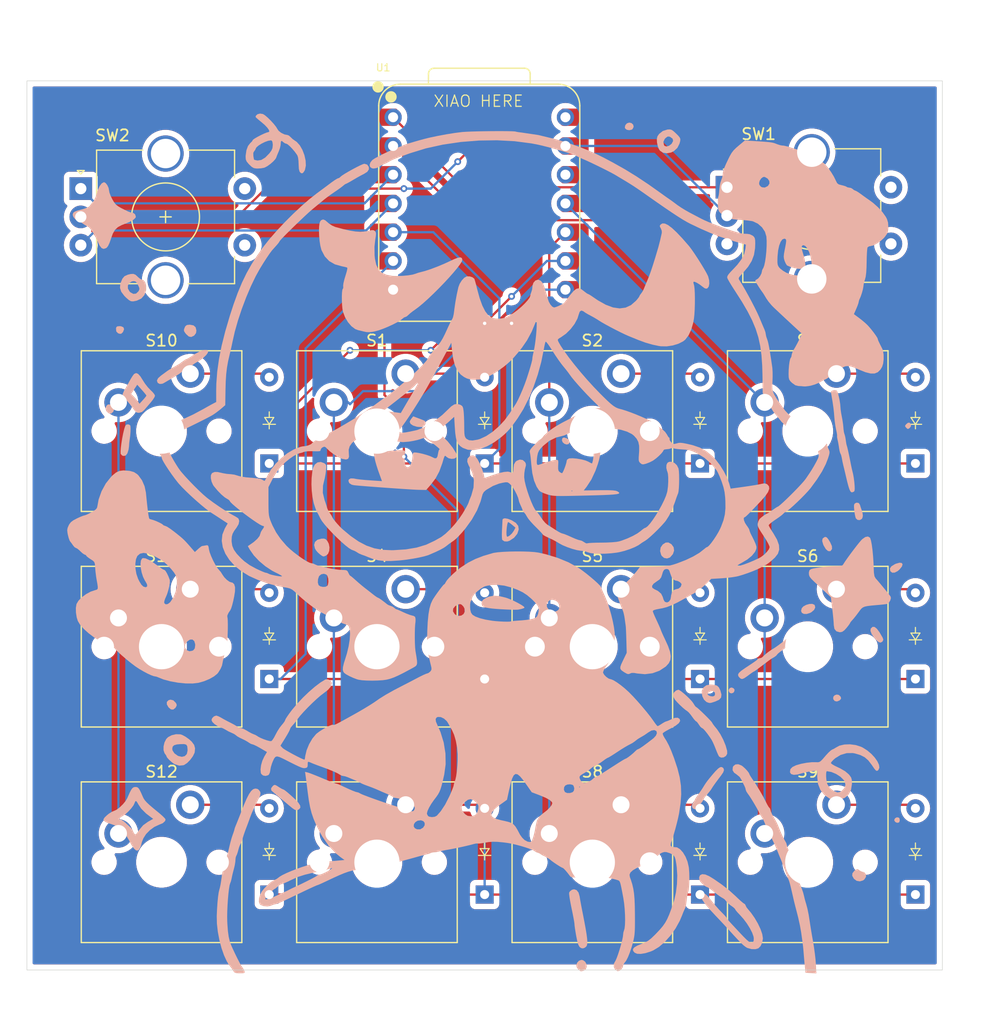
<source format=kicad_pcb>
(kicad_pcb (version 20240108) (generator "pcbnew") (generator_version "8.0")
  (layers (0 "F.Cu" signal) (31 "B.Cu" signal) (34 "B.Paste" user) (35 "F.Paste" user) (36 "B.SilkS" user "B.Silkscreen") (37 "F.SilkS" user "F.Silkscreen") (38 "B.Mask" user) (39 "F.Mask" user) (44 "Edge.Cuts" user))
  (net 0 "")
  (net 1 "Net-(D1-A)")
  (net 2 "Row 0")
  (net 3 "Net-(D2-A)")
  (net 4 "Net-(D3-A)")
  (net 5 "Row 1")
  (net 6 "Net-(D4-A)")
  (net 7 "Net-(D5-A)")
  (net 8 "Net-(D6-A)")
  (net 9 "Row 2")
  (net 10 "Net-(D7-A)")
  (net 11 "Net-(D8-A)")
  (net 12 "Net-(D9-A)")
  (net 13 "Net-(D10-A)")
  (net 14 "Net-(D11-A)")
  (net 15 "Net-(D12-A)")
  (net 16 "Col 1")
  (net 17 "Col 2")
  (net 18 "Col 3")
  (net 19 "Col 0")
  (net 20 "Rotary Left A")
  (net 21 "Rotary Left B")
  (net 22 "GND")
  (net 23 "Rotary Right A")
  (net 24 "Rotary Right B")
  (net 25 "+5V")
  (footprint "ScottoKeebs_MX:MX_PCB_1.00u" (layer "F.Cu") (at 138.1125 102.39375)
    (property "Reference" "S5" (at 0 -8 0) (layer "F.SilkS"))
    (property "Value" "Keyswitch")
    (pad "" np_thru_hole circle (at -5.08 0) (size 1.75 1.75) (drill 1.75) (layers "*.Cu" "*.Mask"))
    (pad "" np_thru_hole circle (at 0 0) (size 4 4) (drill 4) (layers "*.Cu" "*.Mask"))
    (pad "" np_thru_hole circle (at 5.08 0) (size 1.75 1.75) (drill 1.75) (layers "*.Cu" "*.Mask"))
    (pad "1" thru_hole circle (at -3.81 -2.54) (size 2.5 2.5) (drill 1.5) (layers "*.Cu" "*.Mask") (net 17 "Col 2"))
    (pad "2" thru_hole circle (at 2.54 -5.08) (size 2.5 2.5) (drill 1.5) (layers "*.Cu" "*.Mask") (net 7 "Net-(D5-A)"))
  )
  (footprint "ScottoKeebs_Components:Diode_DO-35" (layer "F.Cu") (at 109.5375 105.25125 90)
    (property "Reference" "D11" (hide yes))
    (property "Value" "Diode" (hide yes))
    (pad "1" thru_hole rect (at 0 0 90) (size 1.6 1.6) (drill 0.8) (layers "*.Cu" "*.Mask") (net 5 "Row 1"))
    (pad "2" thru_hole oval (at 7.62 0 90) (size 1.6 1.6) (drill 0.8) (layers "*.Cu" "*.Mask") (net 14 "Net-(D11-A)"))
  )
  (footprint "ScottoKeebs_Components:Diode_DO-35" (layer "F.Cu") (at 109.5375 124.30125 90)
    (property "Reference" "D12" (hide yes))
    (property "Value" "Diode" (hide yes))
    (pad "1" thru_hole rect (at 0 0 90) (size 1.6 1.6) (drill 0.8) (layers "*.Cu" "*.Mask") (net 9 "Row 2"))
    (pad "2" thru_hole oval (at 7.62 0 90) (size 1.6 1.6) (drill 0.8) (layers "*.Cu" "*.Mask") (net 15 "Net-(D12-A)"))
  )
  (footprint "ScottoKeebs_Components:Diode_DO-35" (layer "F.Cu") (at 166.6875 86.20125 90)
    (property "Reference" "D3" (hide yes))
    (property "Value" "Diode" (hide yes))
    (pad "1" thru_hole rect (at 0 0 90) (size 1.6 1.6) (drill 0.8) (layers "*.Cu" "*.Mask") (net 2 "Row 0"))
    (pad "2" thru_hole oval (at 7.62 0 90) (size 1.6 1.6) (drill 0.8) (layers "*.Cu" "*.Mask") (net 4 "Net-(D3-A)"))
  )
  (footprint "ScottoKeebs_MX:MX_PCB_1.00u" (layer "F.Cu") (at 100.0125 121.44375)
    (property "Reference" "S12" (at 0 -8 0) (layer "F.SilkS"))
    (property "Value" "Keyswitch")
    (pad "" np_thru_hole circle (at -5.08 0) (size 1.75 1.75) (drill 1.75) (layers "*.Cu" "*.Mask"))
    (pad "" np_thru_hole circle (at 0 0) (size 4 4) (drill 4) (layers "*.Cu" "*.Mask"))
    (pad "" np_thru_hole circle (at 5.08 0) (size 1.75 1.75) (drill 1.75) (layers "*.Cu" "*.Mask"))
    (pad "1" thru_hole circle (at -3.81 -2.54) (size 2.5 2.5) (drill 1.5) (layers "*.Cu" "*.Mask") (net 19 "Col 0"))
    (pad "2" thru_hole circle (at 2.54 -5.08) (size 2.5 2.5) (drill 1.5) (layers "*.Cu" "*.Mask") (net 15 "Net-(D12-A)"))
  )
  (footprint "ScottoKeebs_MX:MX_PCB_1.00u" (layer "F.Cu") (at 119.0625 83.34375)
    (property "Reference" "S1" (at 0 -8 0) (layer "F.SilkS"))
    (property "Value" "Keyswitch")
    (pad "" np_thru_hole circle (at -5.08 0) (size 1.75 1.75) (drill 1.75) (layers "*.Cu" "*.Mask"))
    (pad "" np_thru_hole circle (at 0 0) (size 4 4) (drill 4) (layers "*.Cu" "*.Mask"))
    (pad "" np_thru_hole circle (at 5.08 0) (size 1.75 1.75) (drill 1.75) (layers "*.Cu" "*.Mask"))
    (pad "1" thru_hole circle (at -3.81 -2.54) (size 2.5 2.5) (drill 1.5) (layers "*.Cu" "*.Mask") (net 16 "Col 1"))
    (pad "2" thru_hole circle (at 2.54 -5.08) (size 2.5 2.5) (drill 1.5) (layers "*.Cu" "*.Mask") (net 1 "Net-(D1-A)"))
  )
  (footprint "ScottoKeebs_Components:Diode_DO-35" (layer "F.Cu") (at 147.6375 105.25125 90)
    (property "Reference" "D5" (hide yes))
    (property "Value" "Diode" (hide yes))
    (pad "1" thru_hole rect (at 0 0 90) (size 1.6 1.6) (drill 0.8) (layers "*.Cu" "*.Mask") (net 5 "Row 1"))
    (pad "2" thru_hole oval (at 7.62 0 90) (size 1.6 1.6) (drill 0.8) (layers "*.Cu" "*.Mask") (net 7 "Net-(D5-A)"))
  )
  (footprint "ScottoKeebs_Components:Diode_DO-35" (layer "F.Cu") (at 109.5375 86.20125 90)
    (property "Reference" "D10" (hide yes))
    (property "Value" "Diode" (hide yes))
    (pad "1" thru_hole rect (at 0 0 90) (size 1.6 1.6) (drill 0.8) (layers "*.Cu" "*.Mask") (net 2 "Row 0"))
    (pad "2" thru_hole oval (at 7.62 0 90) (size 1.6 1.6) (drill 0.8) (layers "*.Cu" "*.Mask") (net 13 "Net-(D10-A)"))
  )
  (footprint "ScottoKeebs_MX:MX_PCB_1.00u" (layer "F.Cu") (at 157.1625 83.34375)
    (property "Reference" "S3" (at 0 -8 0) (layer "F.SilkS"))
    (property "Value" "Keyswitch")
    (pad "" np_thru_hole circle (at -5.08 0) (size 1.75 1.75) (drill 1.75) (layers "*.Cu" "*.Mask"))
    (pad "" np_thru_hole circle (at 0 0) (size 4 4) (drill 4) (layers "*.Cu" "*.Mask"))
    (pad "" np_thru_hole circle (at 5.08 0) (size 1.75 1.75) (drill 1.75) (layers "*.Cu" "*.Mask"))
    (pad "1" thru_hole circle (at -3.81 -2.54) (size 2.5 2.5) (drill 1.5) (layers "*.Cu" "*.Mask") (net 18 "Col 3"))
    (pad "2" thru_hole circle (at 2.54 -5.08) (size 2.5 2.5) (drill 1.5) (layers "*.Cu" "*.Mask") (net 4 "Net-(D3-A)"))
  )
  (footprint "ScottoKeebs_MX:MX_PCB_1.00u" (layer "F.Cu") (at 157.1625 121.44375)
    (property "Reference" "S9" (at 0 -8 0) (layer "F.SilkS"))
    (property "Value" "Keyswitch")
    (pad "" np_thru_hole circle (at -5.08 0) (size 1.75 1.75) (drill 1.75) (layers "*.Cu" "*.Mask"))
    (pad "" np_thru_hole circle (at 0 0) (size 4 4) (drill 4) (layers "*.Cu" "*.Mask"))
    (pad "" np_thru_hole circle (at 5.08 0) (size 1.75 1.75) (drill 1.75) (layers "*.Cu" "*.Mask"))
    (pad "1" thru_hole circle (at -3.81 -2.54) (size 2.5 2.5) (drill 1.5) (layers "*.Cu" "*.Mask") (net 18 "Col 3"))
    (pad "2" thru_hole circle (at 2.54 -5.08) (size 2.5 2.5) (drill 1.5) (layers "*.Cu" "*.Mask") (net 12 "Net-(D9-A)"))
  )
  (footprint "OPL:XIAO-RP2040-DIP" (layer "F.Cu") (at 128.11125 63.22375)
    (property "Reference" "U1" (at -8.5 -12 0) (layer "F.SilkS") (effects (font (size 0.635 0.635) (thickness 0.1016))))
    (property "Value" "XIAO-RP2040-DIP" (hide yes))
    (pad "1" smd roundrect (at -8.455 -7.62 180) (size 2.432 1.524) (layers "F.Cu" "F.Mask") (roundrect_rratio 0.1) (net 20 "Rotary Left A"))
    (pad "1" thru_hole circle (at -7.62 -7.62 180) (size 1.524 1.524) (drill 0.889) (layers "*.Cu" "*.Mask") (net 20 "Rotary Left A"))
    (pad "2" smd roundrect (at -8.455 -5.08 180) (size 2.432 1.524) (layers "F.Cu" "F.Mask") (roundrect_rratio 0.1) (net 21 "Rotary Left B"))
    (pad "2" thru_hole circle (at -7.62 -5.08 180) (size 1.524 1.524) (drill 0.889) (layers "*.Cu" "*.Mask") (net 21 "Rotary Left B"))
    (pad "3" smd roundrect (at -8.455 -2.54 180) (size 2.432 1.524) (layers "F.Cu" "F.Mask") (roundrect_rratio 0.1) (net 23 "Rotary Right A"))
    (pad "3" thru_hole circle (at -7.62 -2.54 180) (size 1.524 1.524) (drill 0.889) (layers "*.Cu" "*.Mask") (net 23 "Rotary Right A"))
    (pad "4" smd roundrect (at -8.455 0 180) (size 2.432 1.524) (layers "F.Cu" "F.Mask") (roundrect_rratio 0.1) (net 24 "Rotary Right B"))
    (pad "4" thru_hole circle (at -7.62 0 180) (size 1.524 1.524) (drill 0.889) (layers "*.Cu" "*.Mask") (net 24 "Rotary Right B"))
    (pad "5" smd roundrect (at -8.455 2.54 180) (size 2.432 1.524) (layers "F.Cu" "F.Mask") (roundrect_rratio 0.1) (net 2 "Row 0"))
    (pad "5" thru_hole circle (at -7.62 2.54 180) (size 1.524 1.524) (drill 0.889) (layers "*.Cu" "*.Mask") (net 2 "Row 0"))
    (pad "6" smd roundrect (at -8.455 5.08 180) (size 2.432 1.524) (layers "F.Cu" "F.Mask") (roundrect_rratio 0.1) (net 5 "Row 1"))
    (pad "6" thru_hole circle (at -7.62 5.08 180) (size 1.524 1.524) (drill 0.889) (layers "*.Cu" "*.Mask") (net 5 "Row 1"))
    (pad "7" smd roundrect (at -8.455 7.62 180) (size 2.432 1.524) (layers "F.Cu" "F.Mask") (roundrect_rratio 0.1) (net 9 "Row 2"))
    (pad "7" thru_hole circle (at -7.62 7.62 180) (size 1.524 1.524) (drill 0.889) (layers "*.Cu" "*.Mask") (net 9 "Row 2"))
    (pad "8" thru_hole circle (at 7.62 7.62) (size 1.524 1.524) (drill 0.889) (layers "*.Cu" "*.Mask") (net 19 "Col 0"))
    (pad "8" smd roundrect (at 8.455 7.62) (size 2.432 1.524) (layers "F.Cu" "F.Mask") (roundrect_rratio 0.1) (net 19 "Col 0"))
    (pad "9" thru_hole circle (at 7.62 5.08) (size 1.524 1.524) (drill 0.889) (layers "*.Cu" "*.Mask") (net 16 "Col 1"))
    (pad "9" smd roundrect (at 8.455 5.08) (size 2.432 1.524) (layers "F.Cu" "F.Mask") (roundrect_rratio 0.1) (net 16 "Col 1"))
    (pad "10" thru_hole circle (at 7.62 2.54) (size 1.524 1.524) (drill 0.889) (layers "*.Cu" "*.Mask") (net 17 "Col 2"))
    (pad "10" smd roundrect (at 8.455 2.54) (size 2.432 1.524) (layers "F.Cu" "F.Mask") (roundrect_rratio 0.1) (net 17 "Col 2"))
    (pad "11" thru_hole circle (at 7.62 0) (size 1.524 1.524) (drill 0.889) (layers "*.Cu" "*.Mask") (net 18 "Col 3"))
    (pad "11" smd roundrect (at 8.455 0) (size 2.432 1.524) (layers "F.Cu" "F.Mask") (roundrect_rratio 0.1) (net 18 "Col 3"))
    (pad "12" thru_hole circle (at 7.62 -2.54) (size 1.524 1.524) (drill 0.889) (layers "*.Cu" "*.Mask"))
    (pad "12" smd roundrect (at 8.455 -2.54) (size 2.432 1.524) (layers "F.Cu" "F.Mask") (roundrect_rratio 0.1))
    (pad "13" thru_hole circle (at 7.62 -5.08) (size 1.524 1.524) (drill 0.889) (layers "*.Cu" "*.Mask") (net 22 "GND"))
    (pad "13" smd roundrect (at 8.455 -5.08) (size 2.432 1.524) (layers "F.Cu" "F.Mask") (roundrect_rratio 0.1) (net 22 "GND"))
    (pad "14" thru_hole circle (at 7.62 -7.62) (size 1.524 1.524) (drill 0.889) (layers "*.Cu" "*.Mask") (net 25 "+5V"))
    (pad "14" smd roundrect (at 8.455 -7.62) (size 2.432 1.524) (layers "F.Cu" "F.Mask") (roundrect_rratio 0.1) (net 25 "+5V"))
  )
  (footprint "ScottoKeebs_Components:Diode_DO-35" (layer "F.Cu") (at 147.6375 86.20125 90)
    (property "Reference" "D2" (hide yes))
    (property "Value" "Diode" (hide yes))
    (pad "1" thru_hole rect (at 0 0 90) (size 1.6 1.6) (drill 0.8) (layers "*.Cu" "*.Mask") (net 2 "Row 0"))
    (pad "2" thru_hole oval (at 7.62 0 90) (size 1.6 1.6) (drill 0.8) (layers "*.Cu" "*.Mask") (net 3 "Net-(D2-A)"))
  )
  (footprint "Rotary_Encoder:RotaryEncoder_Alps_EC11E-Switch_Vertical_H20mm_CircularMountingHoles" (layer "F.Cu") (at 150.01875 61.79375)
    (property "Reference" "SW1" (at 2.8 -4.7 0) (layer "F.SilkS"))
    (property "Value" "RotaryEncoder")
    (pad "A" thru_hole rect (at 0 0) (size 2 2) (drill 1) (layers "*.Cu" "*.Mask") (net 20 "Rotary Left A"))
    (pad "B" thru_hole circle (at 0 5) (size 2 2) (drill 1) (layers "*.Cu" "*.Mask") (net 21 "Rotary Left B"))
    (pad "C" thru_hole circle (at 0 2.5) (size 2 2) (drill 1) (layers "*.Cu" "*.Mask") (net 22 "GND"))
    (pad "MP" thru_hole circle (at 7.5 -3.1) (size 3.2 3.2) (drill 2.6) (layers "*.Cu" "*.Mask"))
    (pad "MP" thru_hole circle (at 7.5 8.1) (size 3.2 3.2) (drill 2.6) (layers "*.Cu" "*.Mask"))
    (pad "S1" thru_hole circle (at 14.5 5) (size 2 2) (drill 1) (layers "*.Cu" "*.Mask"))
    (pad "S2" thru_hole circle (at 14.5 0) (size 2 2) (drill 1) (layers "*.Cu" "*.Mask"))
  )
  (footprint "ScottoKeebs_Components:Diode_DO-35" (layer "F.Cu") (at 166.6875 124.30125 90)
    (property "Reference" "D9" (hide yes))
    (property "Value" "Diode" (hide yes))
    (pad "1" thru_hole rect (at 0 0 90) (size 1.6 1.6) (drill 0.8) (layers "*.Cu" "*.Mask") (net 9 "Row 2"))
    (pad "2" thru_hole oval (at 7.62 0 90) (size 1.6 1.6) (drill 0.8) (layers "*.Cu" "*.Mask") (net 12 "Net-(D9-A)"))
  )
  (footprint "ScottoKeebs_MX:MX_PCB_1.00u" (layer "F.Cu") (at 138.1125 121.44375)
    (property "Reference" "S8" (at 0 -8 0) (layer "F.SilkS"))
    (property "Value" "Keyswitch")
    (pad "" np_thru_hole circle (at -5.08 0) (size 1.75 1.75) (drill 1.75) (layers "*.Cu" "*.Mask"))
    (pad "" np_thru_hole circle (at 0 0) (size 4 4) (drill 4) (layers "*.Cu" "*.Mask"))
    (pad "" np_thru_hole circle (at 5.08 0) (size 1.75 1.75) (drill 1.75) (layers "*.Cu" "*.Mask"))
    (pad "1" thru_hole circle (at -3.81 -2.54) (size 2.5 2.5) (drill 1.5) (layers "*.Cu" "*.Mask") (net 17 "Col 2"))
    (pad "2" thru_hole circle (at 2.54 -5.08) (size 2.5 2.5) (drill 1.5) (layers "*.Cu" "*.Mask") (net 11 "Net-(D8-A)"))
  )
  (footprint "ScottoKeebs_MX:MX_PCB_1.00u" (layer "F.Cu") (at 157.1625 102.39375)
    (property "Reference" "S6" (at 0 -8 0) (layer "F.SilkS"))
    (property "Value" "Keyswitch")
    (pad "" np_thru_hole circle (at -5.08 0) (size 1.75 1.75) (drill 1.75) (layers "*.Cu" "*.Mask"))
    (pad "" np_thru_hole circle (at 0 0) (size 4 4) (drill 4) (layers "*.Cu" "*.Mask"))
    (pad "" np_thru_hole circle (at 5.08 0) (size 1.75 1.75) (drill 1.75) (layers "*.Cu" "*.Mask"))
    (pad "1" thru_hole circle (at -3.81 -2.54) (size 2.5 2.5) (drill 1.5) (layers "*.Cu" "*.Mask") (net 18 "Col 3"))
    (pad "2" thru_hole circle (at 2.54 -5.08) (size 2.5 2.5) (drill 1.5) (layers "*.Cu" "*.Mask") (net 8 "Net-(D6-A)"))
  )
  (footprint "ScottoKeebs_MX:MX_PCB_1.00u" (layer "F.Cu") (at 119.0625 102.39375)
    (property "Reference" "S4" (at 0 -8 0) (layer "F.SilkS"))
    (property "Value" "Keyswitch")
    (pad "" np_thru_hole circle (at -5.08 0) (size 1.75 1.75) (drill 1.75) (layers "*.Cu" "*.Mask"))
    (pad "" np_thru_hole circle (at 0 0) (size 4 4) (drill 4) (layers "*.Cu" "*.Mask"))
    (pad "" np_thru_hole circle (at 5.08 0) (size 1.75 1.75) (drill 1.75) (layers "*.Cu" "*.Mask"))
    (pad "1" thru_hole circle (at -3.81 -2.54) (size 2.5 2.5) (drill 1.5) (layers "*.Cu" "*.Mask") (net 16 "Col 1"))
    (pad "2" thru_hole circle (at 2.54 -5.08) (size 2.5 2.5) (drill 1.5) (layers "*.Cu" "*.Mask") (net 6 "Net-(D4-A)"))
  )
  (footprint "ScottoKeebs_Components:Diode_DO-35" (layer "F.Cu") (at 128.5875 105.25125 90)
    (property "Reference" "D4" (hide yes))
    (property "Value" "Diode" (hide yes))
    (pad "1" thru_hole rect (at 0 0 90) (size 1.6 1.6) (drill 0.8) (layers "*.Cu" "*.Mask") (net 5 "Row 1"))
    (pad "2" thru_hole oval (at 7.62 0 90) (size 1.6 1.6) (drill 0.8) (layers "*.Cu" "*.Mask") (net 6 "Net-(D4-A)"))
  )
  (footprint "ScottoKeebs_MX:MX_PCB_1.00u" (layer "F.Cu") (at 138.1125 83.34375)
    (property "Reference" "S2" (at 0 -8 0) (layer "F.SilkS"))
    (property "Value" "Keyswitch")
    (pad "" np_thru_hole circle (at -5.08 0) (size 1.75 1.75) (drill 1.75) (layers "*.Cu" "*.Mask"))
    (pad "" np_thru_hole circle (at 0 0) (size 4 4) (drill 4) (layers "*.Cu" "*.Mask"))
    (pad "" np_thru_hole circle (at 5.08 0) (size 1.75 1.75) (drill 1.75) (layers "*.Cu" "*.Mask"))
    (pad "1" thru_hole circle (at -3.81 -2.54) (size 2.5 2.5) (drill 1.5) (layers "*.Cu" "*.Mask") (net 17 "Col 2"))
    (pad "2" thru_hole circle (at 2.54 -5.08) (size 2.5 2.5) (drill 1.5) (layers "*.Cu" "*.Mask") (net 3 "Net-(D2-A)"))
  )
  (footprint "ScottoKeebs_MX:MX_PCB_1.00u" (layer "F.Cu") (at 100.0125 102.39375)
    (property "Reference" "S11" (at 0 -8 0) (layer "F.SilkS"))
    (property "Value" "Keyswitch")
    (pad "" np_thru_hole circle (at -5.08 0) (size 1.75 1.75) (drill 1.75) (layers "*.Cu" "*.Mask"))
    (pad "" np_thru_hole circle (at 0 0) (size 4 4) (drill 4) (layers "*.Cu" "*.Mask"))
    (pad "" np_thru_hole circle (at 5.08 0) (size 1.75 1.75) (drill 1.75) (layers "*.Cu" "*.Mask"))
    (pad "1" thru_hole circle (at -3.81 -2.54) (size 2.5 2.5) (drill 1.5) (layers "*.Cu" "*.Mask") (net 19 "Col 0"))
    (pad "2" thru_hole circle (at 2.54 -5.08) (size 2.5 2.5) (drill 1.5) (layers "*.Cu" "*.Mask") (net 14 "Net-(D11-A)"))
  )
  (footprint "ScottoKeebs_MX:MX_PCB_1.00u" (layer "F.Cu") (at 100.0125 83.34375)
    (property "Reference" "S10" (at 0 -8 0) (layer "F.SilkS"))
    (property "Value" "Keyswitch")
    (pad "" np_thru_hole circle (at -5.08 0) (size 1.75 1.75) (drill 1.75) (layers "*.Cu" "*.Mask"))
    (pad "" np_thru_hole circle (at 0 0) (size 4 4) (drill 4) (layers "*.Cu" "*.Mask"))
    (pad "" np_thru_hole circle (at 5.08 0) (size 1.75 1.75) (drill 1.75) (layers "*.Cu" "*.Mask"))
    (pad "1" thru_hole circle (at -3.81 -2.54) (size 2.5 2.5) (drill 1.5) (layers "*.Cu" "*.Mask") (net 19 "Col 0"))
    (pad "2" thru_hole circle (at 2.54 -5.08) (size 2.5 2.5) (drill 1.5) (layers "*.Cu" "*.Mask") (net 13 "Net-(D10-A)"))
  )
  (footprint "ScottoKeebs_MX:MX_PCB_1.00u" (layer "F.Cu") (at 119.0625 121.44375)
    (property "Reference" "S7" (at 0 -8 0) (layer "F.SilkS"))
    (property "Value" "Keyswitch")
    (pad "" np_thru_hole circle (at -5.08 0) (size 1.75 1.75) (drill 1.75) (layers "*.Cu" "*.Mask"))
    (pad "" np_thru_hole circle (at 0 0) (size 4 4) (drill 4) (layers "*.Cu" "*.Mask"))
    (pad "" np_thru_hole circle (at 5.08 0) (size 1.75 1.75) (drill 1.75) (layers "*.Cu" "*.Mask"))
    (pad "1" thru_hole circle (at -3.81 -2.54) (size 2.5 2.5) (drill 1.5) (layers "*.Cu" "*.Mask") (net 16 "Col 1"))
    (pad "2" thru_hole circle (at 2.54 -5.08) (size 2.5 2.5) (drill 1.5) (layers "*.Cu" "*.Mask") (net 10 "Net-(D7-A)"))
  )
  (footprint "ScottoKeebs_Components:Diode_DO-35" (layer "F.Cu") (at 128.5875 86.20125 90)
    (property "Reference" "D1" (hide yes))
    (property "Value" "Diode" (hide yes))
    (pad "1" thru_hole rect (at 0 0 90) (size 1.6 1.6) (drill 0.8) (layers "*.Cu" "*.Mask") (net 2 "Row 0"))
    (pad "2" thru_hole oval (at 7.62 0 90) (size 1.6 1.6) (drill 0.8) (layers "*.Cu" "*.Mask") (net 1 "Net-(D1-A)"))
  )
  (footprint "ScottoKeebs_Components:Diode_DO-35" (layer "F.Cu") (at 128.5875 124.30125 90)
    (property "Reference" "D7" (hide yes))
    (property "Value" "Diode" (hide yes))
    (pad "1" thru_hole rect (at 0 0 90) (size 1.6 1.6) (drill 0.8) (layers "*.Cu" "*.Mask") (net 9 "Row 2"))
    (pad "2" thru_hole oval (at 7.62 0 90) (size 1.6 1.6) (drill 0.8) (layers "*.Cu" "*.Mask") (net 10 "Net-(D7-A)"))
  )
  (footprint "ScottoKeebs_Components:Diode_DO-35" (layer "F.Cu") (at 147.6375 124.30125 90)
    (property "Reference" "D8" (hide yes))
    (property "Value" "Diode" (hide yes))
    (pad "1" thru_hole rect (at 0 0 90) (size 1.6 1.6) (drill 0.8) (layers "*.Cu" "*.Mask") (net 9 "Row 2"))
    (pad "2" thru_hole oval (at 7.62 0 90) (size 1.6 1.6) (drill 0.8) (layers "*.Cu" "*.Mask") (net 11 "Net-(D8-A)"))
  )
  (footprint "Rotary_Encoder:RotaryEncoder_Alps_EC11E-Switch_Vertical_H20mm_CircularMountingHoles" (layer "F.Cu") (at 92.86875 61.9125)
    (property "Reference" "SW2" (at 2.8 -4.7 0) (layer "F.SilkS"))
    (property "Value" "RotaryEncoder")
    (pad "A" thru_hole rect (at 0 0) (size 2 2) (drill 1) (layers "*.Cu" "*.Mask") (net 23 "Rotary Right A"))
    (pad "B" thru_hole circle (at 0 5) (size 2 2) (drill 1) (layers "*.Cu" "*.Mask") (net 24 "Rotary Right B"))
    (pad "C" thru_hole circle (at 0 2.5) (size 2 2) (drill 1) (layers "*.Cu" "*.Mask") (net 22 "GND"))
    (pad "MP" thru_hole circle (at 7.5 -3.1) (size 3.2 3.2) (drill 2.6) (layers "*.Cu" "*.Mask"))
    (pad "MP" thru_hole circle (at 7.5 8.1) (size 3.2 3.2) (drill 2.6) (layers "*.Cu" "*.Mask"))
    (pad "S1" thru_hole circle (at 14.5 5) (size 2 2) (drill 1) (layers "*.Cu" "*.Mask"))
    (pad "S2" thru_hole circle (at 14.5 0) (size 2 2) (drill 1) (layers "*.Cu" "*.Mask"))
  )
  (footprint "ScottoKeebs_Components:Diode_DO-35" (layer "F.Cu") (at 166.6875 105.25125 90)
    (property "Reference" "D6" (hide yes))
    (property "Value" "Diode" (hide yes))
    (pad "1" thru_hole rect (at 0 0 90) (size 1.6 1.6) (drill 0.8) (layers "*.Cu" "*.Mask") (net 5 "Row 1"))
    (pad "2" thru_hole oval (at 7.62 0 90) (size 1.6 1.6) (drill 0.8) (layers "*.Cu" "*.Mask") (net 8 "Net-(D6-A)"))
  )
  (footprint "LOGO" (layer "B.Cu") (at 128.73 91.72 180)
    (property "Reference" "G***" (hide yes))
    (property "Value" "LOGO" (hide yes))
  )
  (gr_rect (start 88.10625 52.3875) (end 169.06875 130.96875) (stroke (width 0.05)) (fill none) (layer "Edge.Cuts"))
  (gr_text "XIAO HERE" (at 124 54.76875 0) (layer "F.SilkS") (effects (font (size 1 1) (thickness 0.1)) (justify left bottom)))
  (segment (start 128.27 78.26375) (end 121.6025 78.26375) (width 0.2) (layer "F.Cu") (net 1))
  (segment (start 128.27 78.26375) (end 128.5875 78.58125) (width 0.2) (layer "B.Cu") (net 1))
  (segment (start 109.5375 86.20125) (end 166.6875 86.20125) (width 0.2) (layer "F.Cu") (net 2))
  (segment (start 129.889251 84.899499) (end 128.5875 86.20125) (width 0.2) (layer "B.Cu") (net 2))
  (segment (start 129.889251 71.605749) (end 129.889251 84.899499) (width 0.2) (layer "B.Cu") (net 2))
  (segment (start 124.047252 65.76375) (end 120.49125 65.76375) (width 0.2) (layer "B.Cu") (net 2))
  (segment (start 129.889251 71.605749) (end 124.047252 65.76375) (width 0.2) (layer "B.Cu") (net 2))
  (segment (start 147.32 78.26375) (end 140.6525 78.26375) (width 0.2) (layer "F.Cu") (net 3))
  (segment (start 147.32 78.26375) (end 147.6375 78.58125) (width 0.2) (layer "B.Cu") (net 3))
  (segment (start 159.7025 78.26375) (end 166.37 78.26375) (width 0.2) (layer "F.Cu") (net 4))
  (segment (start 166.37 78.26375) (end 166.6875 78.58125) (width 0.2) (layer "F.Cu") (net 4))
  (segment (start 166.37 78.26375) (end 166.6875 78.58125) (width 0.2) (layer "B.Cu") (net 4))
  (segment (start 109.5375 105.25125) (end 166.6875 105.25125) (width 0.2) (layer "F.Cu") (net 5))
  (segment (start 112.7575 103.03125) (end 112.7575 76.0375) (width 0.2) (layer "B.Cu") (net 5))
  (segment (start 112.7575 76.0375) (end 120.49125 68.30375) (width 0.2) (layer "B.Cu") (net 5))
  (segment (start 109.5375 105.25125) (end 110.5375 105.25125) (width 0.2) (layer "B.Cu") (net 5))
  (segment (start 110.5375 105.25125) (end 112.7575 103.03125) (width 0.2) (layer "B.Cu") (net 5))
  (segment (start 128.27 97.31375) (end 121.6025 97.31375) (width 0.2) (layer "F.Cu") (net 6))
  (segment (start 128.27 97.31375) (end 128.5875 97.63125) (width 0.2) (layer "B.Cu") (net 6))
  (segment (start 147.32 97.31375) (end 140.6525 97.31375) (width 0.2) (layer "F.Cu") (net 7))
  (segment (start 147.32 97.31375) (end 147.6375 97.63125) (width 0.2) (layer "B.Cu") (net 7))
  (segment (start 166.37 97.31375) (end 159.7025 97.31375) (width 0.2) (layer "F.Cu") (net 8))
  (segment (start 166.37 97.31375) (end 166.6875 97.63125) (width 0.2) (layer "B.Cu") (net 8))
  (segment (start 120.49125 70.84375) (end 119.729251 71.605749) (width 0.2) (layer "F.Cu") (net 9))
  (segment (start 119.729251 80.155501) (end 121.44375 81.87) (width 0.2) (layer "F.Cu") (net 9))
  (segment (start 119.729251 71.605749) (end 119.729251 80.155501) (width 0.2) (layer "F.Cu") (net 9))
  (segment (start 166.6875 124.30125) (end 109.5375 124.30125) (width 0.2) (layer "F.Cu") (net 9))
  (segment (start 121.44375 81.87) (end 121.44375 85.60125) (width 0.2) (layer "F.Cu") (net 9))
  (via (at 121.44375 85.60125) (size 0.6) (drill 0.3) (layers "F.Cu" "B.Cu") (net 9))
  (segment (start 128.5875 119.0625) (end 128.5875 124.30125) (width 0.2) (layer "B.Cu") (net 9))
  (segment (start 126.20625 90.36375) (end 126.20625 116.68125) (width 0.2) (layer "B.Cu") (net 9))
  (segment (start 126.20625 116.68125) (end 128.5875 119.0625) (width 0.2) (layer "B.Cu") (net 9))
  (segment (start 121.44375 85.60125) (end 126.20625 90.36375) (width 0.2) (layer "B.Cu") (net 9))
  (segment (start 121.6025 116.36375) (end 128.27 116.36375) (width 0.2) (layer "F.Cu") (net 10))
  (segment (start 128.27 116.36375) (end 128.5875 116.68125) (width 0.2) (layer "F.Cu") (net 10))
  (segment (start 128.27 116.36375) (end 128.5875 116.68125) (width 0.2) (layer "B.Cu") (net 10))
  (segment (start 147.32 116.36375) (end 147.6375 116.68125) (width 0.2) (layer "F.Cu") (net 11))
  (segment (start 140.6525 116.36375) (end 147.32 116.36375) (width 0.2) (layer "F.Cu") (net 11))
  (segment (start 147.32 116.36375) (end 147.6375 116.68125) (width 0.2) (layer "B.Cu") (net 11))
  (segment (start 166.37 116.36375) (end 166.6875 116.68125) (width 0.2) (layer "F.Cu") (net 12))
  (segment (start 159.7025 116.36375) (end 166.37 116.36375) (width 0.2) (layer "F.Cu") (net 12))
  (segment (start 166.37 116.36375) (end 166.6875 116.68125) (width 0.2) (layer "B.Cu") (net 12))
  (segment (start 109.22 78.26375) (end 102.5525 78.26375) (width 0.2) (layer "F.Cu") (net 13))
  (segment (start 109.22 78.26375) (end 109.5375 78.58125) (width 0.2) (layer "B.Cu") (net 13))
  (segment (start 109.22 97.31375) (end 102.5525 97.31375) (width 0.2) (layer "F.Cu") (net 14))
  (segment (start 109.22 97.31375) (end 109.5375 97.63125) (width 0.2) (layer "B.Cu") (net 14))
  (segment (start 109.22 116.36375) (end 109.5375 116.68125) (width 0.2) (layer "F.Cu") (net 15))
  (segment (start 102.5525 116.36375) (end 109.22 116.36375) (width 0.2) (layer "F.Cu") (net 15))
  (segment (start 109.22 116.36375) (end 109.5375 116.68125) (width 0.2) (layer "B.Cu") (net 15))
  (segment (start 128.5875 73.81875) (end 130.96875 71.4375) (width 0.2) (layer "F.Cu") (net 16))
  (via (at 130.96875 71.4375) (size 0.6) (drill 0.3) (layers "F.Cu" "B.Cu") (net 16))
  (via (at 128.5875 73.81875) (size 0.6) (drill 0.3) (layers "F.Cu" "B.Cu") (net 16))
  (segment (start 134.1025 68.30375) (end 135.73125 68.30375) (width 0.2) (layer "B.Cu") (net 16))
  (segment (start 116.68125 80.9625) (end 117.83 79.81375) (width 0.2) (layer "B.Cu") (net 16))
  (segment (start 122.5925 79.81375) (end 128.5875 73.81875) (width 0.2) (layer "B.Cu") (net 16))
  (segment (start 117.83 79.81375) (end 122.5925 79.81375) (width 0.2) (layer "B.Cu") (net 16))
  (segment (start 116.5225 80.80375) (end 116.68125 80.9625) (width 0.2) (layer "B.Cu") (net 16))
  (segment (start 130.96875 71.4375) (end 134.1025 68.30375) (width 0.2) (layer "B.Cu") (net 16))
  (segment (start 115.2525 80.80375) (end 116.5225 80.80375) (width 0.2) (layer "B.Cu") (net 16))
  (segment (start 115.2525 80.80375) (end 115.2525 118.90375) (width 0.2) (layer "B.Cu") (net 16))
  (segment (start 134.3025 67.1925) (end 135.73125 65.76375) (width 0.2) (layer "F.Cu") (net 17))
  (segment (start 134.3025 80.80375) (end 134.3025 67.1925) (width 0.2) (layer "F.Cu") (net 17))
  (segment (start 134.3025 80.80375) (end 134.3025 118.90375) (width 0.2) (layer "B.Cu") (net 17))
  (segment (start 153.31125 80.80375) (end 153.3525 80.80375) (width 0.2) (layer "B.Cu") (net 18))
  (segment (start 153.3525 80.80375) (end 153.3525 118.90375) (width 0.2) (layer "B.Cu") (net 18))
  (segment (start 135.73125 63.22375) (end 153.31125 80.80375) (width 0.2) (layer "B.Cu") (net 18))
  (segment (start 112.0775 80.80375) (end 96.2025 80.80375) (width 0.2) (layer "F.Cu") (net 19))
  (segment (start 116.68125 76.2) (end 112.0775 80.80375) (width 0.2) (layer "F.Cu") (net 19))
  (segment (start 130.96875 73.81875) (end 130.36875 74.41875) (width 0.2) (layer "F.Cu") (net 19))
  (segment (start 130.36875 74.41875) (end 125.60625 74.41875) (width 0.2) (layer "F.Cu") (net 19))
  (segment (start 125.60625 74.41875) (end 123.825 76.2) (width 0.2) (layer "F.Cu") (net 19))
  (via (at 130.96875 73.81875) (size 0.6) (drill 0.3) (layers "F.Cu" "B.Cu") (net 19))
  (via (at 116.68125 76.2) (size 0.6) (drill 0.3) (layers "F.Cu" "B.Cu") (net 19))
  (via (at 123.825 76.2) (size 0.6) (drill 0.3) (layers "F.Cu" "B.Cu") (net 19))
  (segment (start 133.94375 70.84375) (end 130.96875 73.81875) (width 0.2) (layer "B.Cu") (net 19))
  (segment (start 96.2025 80.80375) (end 96.2025 118.90375) (width 0.2) (layer "B.Cu") (net 19))
  (segment (start 135.73125 70.84375) (end 133.94375 70.84375) (width 0.2) (layer "B.Cu") (net 19))
  (segment (start 123.825 76.2) (end 116.68125 76.2) (width 0.2) (layer "B.Cu") (net 19))
  (segment (start 120.49125 55.60375) (end 126.68125 61.79375) (width 0.2) (layer "F.Cu") (net 20))
  (segment (start 126.68125 61.79375) (end 150.01875 61.79375) (width 0.2) (layer "F.Cu") (net 20))
  (segment (start 120.49125 58.14375) (end 127.04925 64.70175) (width 0.2) (layer "F.Cu") (net 21))
  (segment (start 127.04925 64.70175) (end 147.92675 64.70175) (width 0.2) (layer "F.Cu") (net 21))
  (segment (start 147.92675 64.70175) (end 150.01875 66.79375) (width 0.2) (layer "F.Cu") (net 21))
  (segment (start 121.44375 61.9125) (end 109.207228 61.9125) (width 0.2) (layer "F.Cu") (net 22))
  (segment (start 109.207228 61.9125) (end 106.707228 64.4125) (width 0.2) (layer "F.Cu") (net 22))
  (segment (start 127.59375 58.14375) (end 126.20625 59.53125) (width 0.2) (layer "F.Cu") (net 22))
  (segment (start 135.73125 58.14375) (end 127.59375 58.14375) (width 0.2) (layer "F.Cu") (net 22))
  (segment (start 106.707228 64.4125) (end 92.86875 64.4125) (width 0.2) (layer "F.Cu") (net 22))
  (via (at 126.20625 59.53125) (size 0.6) (drill 0.3) (layers "F.Cu" "B.Cu") (net 22))
  (via (at 121.44375 61.9125) (size 0.6) (drill 0.3) (layers "F.Cu" "B.Cu") (net 22))
  (segment (start 126.20625 59.53125) (end 123.825 61.9125) (width 0.2) (layer "B.Cu") (net 22))
  (segment (start 143.86875 58.14375) (end 150.01875 64.29375) (width 0.2) (layer "B.Cu") (net 22))
  (segment (start 135.73125 58.14375) (end 143.86875 58.14375) (width 0.2) (layer "B.Cu") (net 22))
  (segment (start 123.825 61.9125) (end 121.44375 61.9125) (width 0.2) (layer "B.Cu") (net 22))
  (segment (start 117.9625 63.2125) (end 94.16875 63.2125) (width 0.2) (layer "B.Cu") (net 23))
  (segment (start 120.49125 60.68375) (end 117.9625 63.2125) (width 0.2) (layer "B.Cu") (net 23))
  (segment (start 94.16875 63.2125) (end 92.86875 61.9125) (width 0.2) (layer "B.Cu") (net 23))
  (segment (start 120.49125 63.22375) (end 118.1025 65.6125) (width 0.2) (layer "B.Cu") (net 24))
  (segment (start 118.1025 65.6125) (end 94.16875 65.6125) (width 0.2) (layer "B.Cu") (net 24))
  (segment (start 94.16875 65.6125) (end 92.86875 66.9125) (width 0.2) (layer "B.Cu") (net 24))
  (zone (net 0) (net_name "") (layers "F&B.Cu") (connect_pads (clearance 0.5)) (min_thickness 0.25) (fill yes (thermal_gap 0.5) (thermal_bridge_width 0.5) (island_removal_mode 1) (island_area_min 10))
    (polygon (pts (xy 173.83125 45.24375) (xy 173.83125 135.73125) (xy 85.725 135.73125) (xy 85.725 45.24375)))
  )
)
</source>
